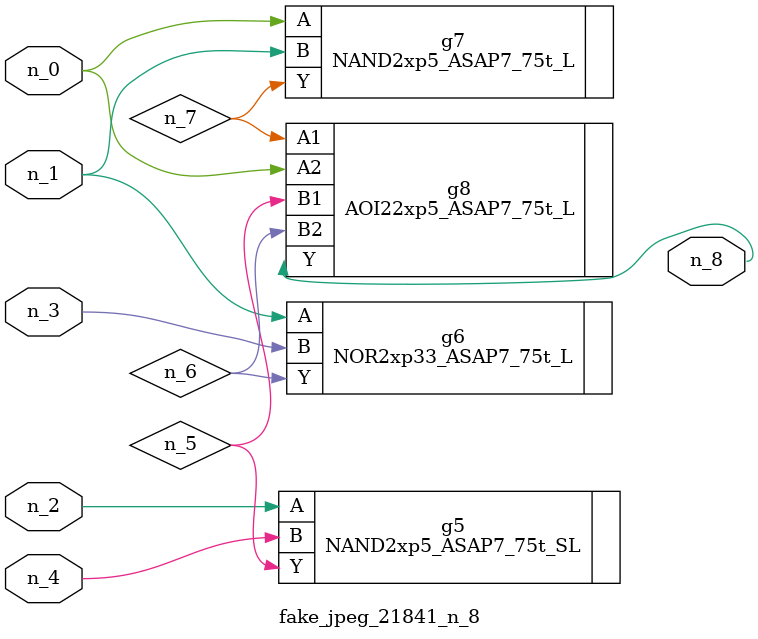
<source format=v>
module fake_jpeg_21841_n_8 (n_3, n_2, n_1, n_0, n_4, n_8);

input n_3;
input n_2;
input n_1;
input n_0;
input n_4;

output n_8;

wire n_6;
wire n_5;
wire n_7;

NAND2xp5_ASAP7_75t_SL g5 ( 
.A(n_2),
.B(n_4),
.Y(n_5)
);

NOR2xp33_ASAP7_75t_L g6 ( 
.A(n_1),
.B(n_3),
.Y(n_6)
);

NAND2xp5_ASAP7_75t_L g7 ( 
.A(n_0),
.B(n_1),
.Y(n_7)
);

AOI22xp5_ASAP7_75t_L g8 ( 
.A1(n_7),
.A2(n_0),
.B1(n_5),
.B2(n_6),
.Y(n_8)
);


endmodule
</source>
